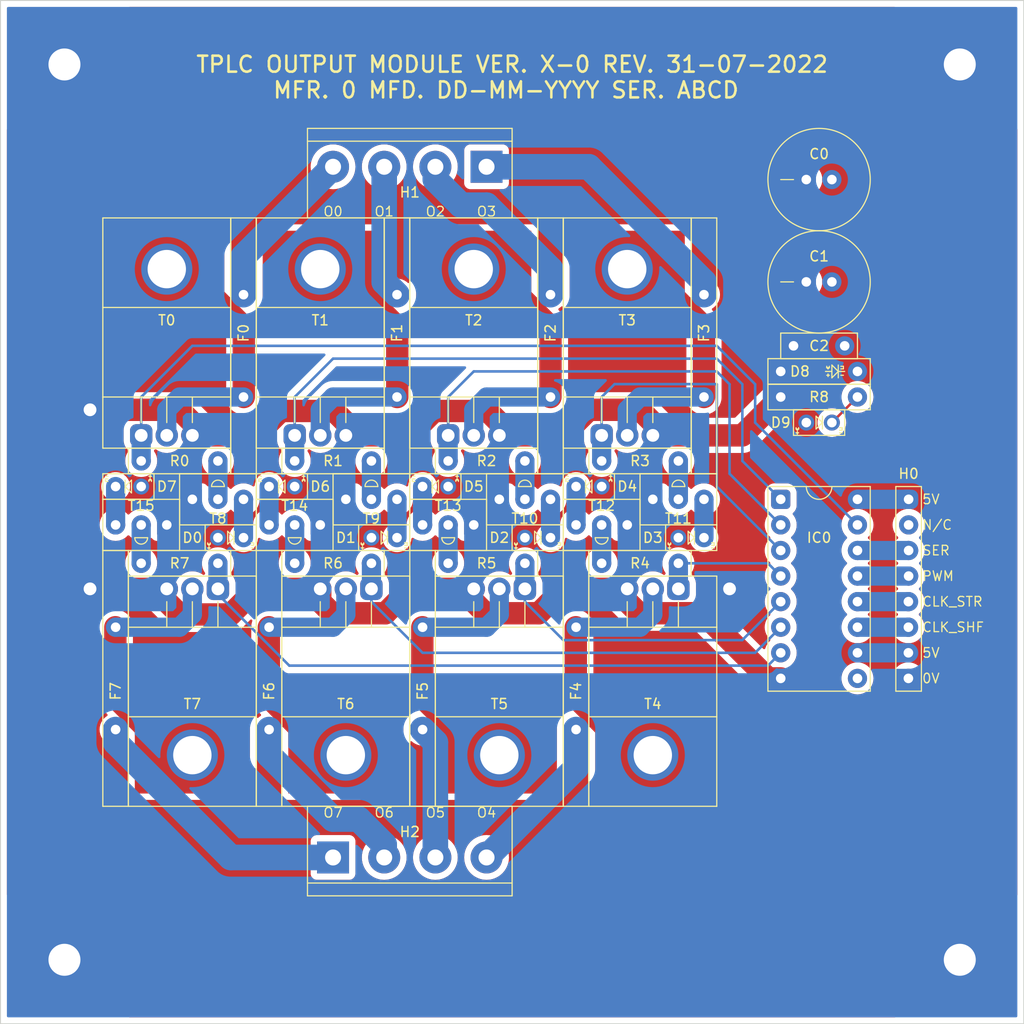
<source format=kicad_pcb>
(kicad_pcb (version 20211014) (generator pcbnew)
  (layers (0 "F.Cu" signal) (31 "B.Cu" signal) (34 "B.Paste" user) (35 "F.Paste" user) (36 "B.SilkS" user "B.Silkscreen") (37 "F.SilkS" user "F.Silkscreen") (38 "B.Mask" user) (39 "F.Mask" user) (44 "Edge.Cuts" user))
  (net 0 "")
  (net 1 "3.3V")
  (net 2 "0V")
  (net 3 "Net-(D0-Pad1)")
  (net 4 "Net-(D1-Pad1)")
  (net 5 "Net-(D2-Pad1)")
  (net 6 "Net-(D3-Pad1)")
  (net 7 "Net-(D4-Pad1)")
  (net 8 "Net-(D5-Pad1)")
  (net 9 "Net-(D6-Pad1)")
  (net 10 "Net-(D7-Pad1)")
  (net 11 "Net-(D9-Pad1)")
  (net 12 "PWM")
  (net 13 "SER")
  (net 14 "CLK_SHF")
  (net 15 "CLK_STR")
  (net 16 "Q1")
  (net 17 "Q2")
  (net 18 "Q3")
  (net 19 "Q4")
  (net 20 "Q5")
  (net 21 "Q6")
  (net 22 "Q7")
  (net 24 "Q0")
  (net 25 "Net-(R0-Pad2)")
  (net 26 "Net-(R1-Pad2)")
  (net 27 "Net-(R2-Pad2)")
  (net 28 "Net-(R3-Pad2)")
  (net 29 "Net-(R4-Pad2)")
  (net 30 "Net-(R5-Pad2)")
  (net 31 "Net-(R6-Pad2)")
  (net 32 "Net-(R7-Pad2)")
  (net 33 "Net-(F0-Pad2)")
  (net 34 "Net-(F1-Pad2)")
  (net 35 "Net-(F2-Pad2)")
  (net 36 "Net-(F3-Pad2)")
  (net 37 "Net-(F4-Pad2)")
  (net 38 "Net-(F5-Pad2)")
  (net 39 "Net-(F6-Pad2)")
  (net 40 "Net-(F7-Pad2)")
  (net 41 "O0")
  (net 42 "O1")
  (net 43 "O2")
  (net 44 "O3")
  (net 45 "O4")
  (net 46 "O5")
  (net 47 "O6")
  (net 48 "O7")
  (footprint "MW:LED_L.2in_W.1in_P.1in" (layer "F.Cu") (at 133.35 86.36)
    (fp_text reference "D4" (at 5.08 0) (layer "F.SilkS"))
    (fp_text value "LED")
    (pad "1" thru_hole circle (at 0 0) (size 1.5875 1.5875) (drill 0.9525) (layers *.Cu *.Mask) (net 7 "Net-(D4-Pad1)"))
    (pad "2" thru_hole circle (at 2.54 0) (size 1.5875 1.5875) (drill 0.9525) (layers *.Cu *.Mask) (net 1 "3.3V"))
  )
  (footprint "MW:TO-220-3_Horizontal_TabDown" (layer "F.Cu") (at 143.51 96.52 180)
    (fp_text reference "T4" (at 2.54 -11.43) (layer "F.SilkS"))
    (fp_text value "IRF3205")
    (pad "1" thru_hole roundrect (at 0 0 180) (size 2.2225 2.2225) (drill 1.27) (layers *.Cu *.Mask) (roundrect_rratio 0.2857142857) (net 19 "Q4"))
    (pad "2" thru_hole circle (at 2.54 -16.51 180) (size 5.08 5.08) (drill 3.81) (layers *.Cu *.Mask) (net 37 "Net-(F4-Pad2)"))
    (pad "2" thru_hole circle (at 2.54 0 180) (size 2.2225 2.2225) (drill 1.27) (layers *.Cu *.Mask) (net 37 "Net-(F4-Pad2)"))
    (pad "2" smd rect (at 2.54 -16.51 180) (size 11.43 7.62) (layers "F.Cu" "F.Paste" "F.Mask") (net 37 "Net-(F4-Pad2)"))
    (pad "3" thru_hole circle (at 5.08 0 180) (size 2.2225 2.2225) (drill 1.27) (layers *.Cu *.Mask) (net 2 "0V"))
  )
  (footprint "MW:F_L1.2in_W.1in_P.4in" (layer "F.Cu") (at 146.05 67.31 -90)
    (fp_text reference "F3" (at 3.81 0 90) (layer "F.SilkS"))
    (fp_text value "Polyfuse")
    (pad "1" thru_hole circle (at 0 0 270) (size 1.905 1.905) (drill 0.9525) (layers *.Cu *.Mask) (net 44 "O3"))
    (pad "2" thru_hole circle (at 10.16 0 270) (size 1.905 1.905) (drill 0.9525) (layers *.Cu *.Mask) (net 36 "Net-(F3-Pad2)"))
  )
  (footprint "MW:LED_L.2in_W.1in_P.1in" (layer "F.Cu") (at 115.57 91.44 180)
    (fp_text reference "D1" (at 5.08 0) (layer "F.SilkS"))
    (fp_text value "LED")
    (pad "1" thru_hole circle (at 0 0 180) (size 1.5875 1.5875) (drill 0.9525) (layers *.Cu *.Mask) (net 4 "Net-(D1-Pad1)"))
    (pad "2" thru_hole circle (at 2.54 0 180) (size 1.5875 1.5875) (drill 0.9525) (layers *.Cu *.Mask) (net 1 "3.3V"))
  )
  (footprint "MW:D_L.4in_W.1in_P.3in" (layer "F.Cu") (at 161.29 74.93 180)
    (fp_text reference "D8" (at 5.715 0) (layer "F.SilkS"))
    (fp_text value "1N4007")
    (pad "1" thru_hole circle (at 0 0 180) (size 1.905 1.905) (drill 0.9525) (layers *.Cu *.Mask) (net 1 "3.3V"))
    (pad "2" thru_hole circle (at 7.62 0 180) (size 1.905 1.905) (drill 0.9525) (layers *.Cu *.Mask) (net 2 "0V"))
  )
  (footprint "MW:C_L.3in_W.1in_P.2in" (layer "F.Cu") (at 160.02 72.39 180)
    (fp_text reference "C2" (at 2.54 0) (layer "F.SilkS"))
    (fp_text value "1uF")
    (pad "1" thru_hole circle (at 0 0 180) (size 1.905 1.905) (drill 0.9525) (layers *.Cu *.Mask) (net 1 "3.3V"))
    (pad "2" thru_hole circle (at 5.08 0 180) (size 1.905 1.905) (drill 0.9525) (layers *.Cu *.Mask) (net 2 "0V"))
  )
  (footprint "MW:DIP-16_W7.62mm_Short" (layer "F.Cu") (at 153.67 87.63)
    (fp_text reference "IC0" (at 3.81 3.81) (layer "F.SilkS"))
    (fp_text value "74HC595")
    (pad "1" thru_hole roundrect (at 0 0) (size 1.905 1.905) (drill 0.9525) (layers *.Cu *.Mask) (roundrect_rratio 0.2) (net 16 "Q1"))
    (pad "2" thru_hole circle (at 0 2.54) (size 1.905 1.905) (drill 0.9525) (layers *.Cu *.Mask) (net 17 "Q2"))
    (pad "3" thru_hole circle (at 0 5.08) (size 1.905 1.905) (drill 0.9525) (layers *.Cu *.Mask) (net 18 "Q3"))
    (pad "4" thru_hole circle (at 0 7.62) (size 1.905 1.905) (drill 0.9525) (layers *.Cu *.Mask) (net 19 "Q4"))
    (pad "5" thru_hole circle (at 0 10.16) (size 1.905 1.905) (drill 0.9525) (layers *.Cu *.Mask) (net 20 "Q5"))
    (pad "6" thru_hole circle (at 0 12.7) (size 1.905 1.905) (drill 0.9525) (layers *.Cu *.Mask) (net 21 "Q6"))
    (pad "7" thru_hole circle (at 0 15.24) (size 1.905 1.905) (drill 0.9525) (layers *.Cu *.Mask) (net 22 "Q7"))
    (pad "8" thru_hole circle (at 0 17.78) (size 1.905 1.905) (drill 0.9525) (layers *.Cu *.Mask) (net 2 "0V"))
    (pad "9" thru_hole circle (at 7.62 17.78) (size 1.905 1.905) (drill 0.9525) (layers *.Cu *.Mask))
    (pad "10" thru_hole circle (at 7.62 15.24) (size 1.905 1.905) (drill 0.9525) (layers *.Cu *.Mask) (net 1 "3.3V"))
    (pad "11" thru_hole circle (at 7.62 12.7) (size 1.905 1.905) (drill 0.9525) (layers *.Cu *.Mask) (net 14 "CLK_SHF"))
    (pad "12" thru_hole circle (at 7.62 10.16) (size 1.905 1.905) (drill 0.9525) (layers *.Cu *.Mask) (net 15 "CLK_STR"))
    (pad "13" thru_hole circle (at 7.62 7.62) (size 1.905 1.905) (drill 0.9525) (layers *.Cu *.Mask) (net 12 "PWM"))
    (pad "14" thru_hole circle (at 7.62 5.08) (size 1.905 1.905) (drill 0.9525) (layers *.Cu *.Mask) (net 13 "SER"))
    (pad "15" thru_hole circle (at 7.62 2.54) (size 1.905 1.905) (drill 0.9525) (layers *.Cu *.Mask) (net 24 "Q0"))
    (pad "16" thru_hole circle (at 7.62 0) (size 1.905 1.905) (drill 0.9525) (layers *.Cu *.Mask) (net 1 "3.3V"))
  )
  (footprint "MW:F_L1.2in_W.1in_P.4in" (layer "F.Cu") (at 133.35 110.49 90)
    (fp_text reference "F4" (at 3.81 0 90) (layer "F.SilkS"))
    (fp_text value "Polyfuse")
    (pad "1" thru_hole circle (at 0 0 90) (size 1.905 1.905) (drill 0.9525) (layers *.Cu *.Mask) (net 45 "O4"))
    (pad "2" thru_hole circle (at 10.16 0 90) (size 1.905 1.905) (drill 0.9525) (layers *.Cu *.Mask) (net 37 "Net-(F4-Pad2)"))
  )
  (footprint "MW:TO-220-3_Horizontal_TabDown" (layer "F.Cu") (at 105.41 81.28)
    (fp_text reference "T1" (at 2.54 -11.43) (layer "F.SilkS"))
    (fp_text value "IRF3205")
    (pad "1" thru_hole roundrect (at 0 0) (size 2.2225 2.2225) (drill 1.27) (layers *.Cu *.Mask) (roundrect_rratio 0.2857142857) (net 16 "Q1"))
    (pad "2" thru_hole circle (at 2.54 -16.51) (size 5.08 5.08) (drill 3.81) (layers *.Cu *.Mask) (net 34 "Net-(F1-Pad2)"))
    (pad "2" smd rect (at 2.54 -16.51) (size 11.43 7.62) (layers "F.Cu" "F.Paste" "F.Mask") (net 34 "Net-(F1-Pad2)"))
    (pad "2" thru_hole circle (at 2.54 0) (size 2.2225 2.2225) (drill 1.27) (layers *.Cu *.Mask) (net 34 "Net-(F1-Pad2)"))
    (pad "3" thru_hole circle (at 5.08 0) (size 2.2225 2.2225) (drill 1.27) (layers *.Cu *.Mask) (net 2 "0V"))
  )
  (footprint "MW:F_L1.2in_W.1in_P.4in" (layer "F.Cu") (at 130.81 67.31 -90)
    (fp_text reference "F2" (at 3.81 0 90) (layer "F.SilkS"))
    (fp_text value "Polyfuse")
    (pad "1" thru_hole circle (at 0 0 270) (size 1.905 1.905) (drill 0.9525) (layers *.Cu *.Mask) (net 43 "O2"))
    (pad "2" thru_hole circle (at 10.16 0 270) (size 1.905 1.905) (drill 0.9525) (layers *.Cu *.Mask) (net 35 "Net-(F2-Pad2)"))
  )
  (footprint "MW:H_P.2in_4pin" (layer "F.Cu") (at 124.46 54.61 180)
    (fp_text reference "H1" (at 7.62 -2.54) (layer "F.SilkS"))
    (fp_text value "Screw_Terminal_01x04")
    (pad "1" thru_hole circle (at 15.24 0 180) (size 3.175 3.175) (drill 1.5875) (layers *.Cu *.Mask) (net 41 "O0"))
    (pad "2" thru_hole circle (at 10.16 0 180) (size 3.175 3.175) (drill 1.5875) (layers *.Cu *.Mask) (net 42 "O1"))
    (pad "3" thru_hole circle (at 5.08 0 180) (size 3.175 3.175) (drill 1.5875) (layers *.Cu *.Mask) (net 43 "O2"))
    (pad "4" thru_hole rect (at 0 0 180) (size 3.175 3.175) (drill 1.5875) (layers *.Cu *.Mask) (net 44 "O3"))
  )
  (footprint "MW:TO-220-3_Horizontal_TabDown" (layer "F.Cu") (at 128.27 96.52 180)
    (fp_text reference "T5" (at 2.54 -11.43) (layer "F.SilkS"))
    (fp_text value "IRF3205")
    (pad "1" thru_hole roundrect (at 0 0 180) (size 2.2225 2.2225) (drill 1.27) (layers *.Cu *.Mask) (roundrect_rratio 0.2857142857) (net 20 "Q5"))
    (pad "2" smd rect (at 2.54 -16.51 180) (size 11.43 7.62) (layers "F.Cu" "F.Paste" "F.Mask") (net 38 "Net-(F5-Pad2)"))
    (pad "2" thru_hole circle (at 2.54 0 180) (size 2.2225 2.2225) (drill 1.27) (layers *.Cu *.Mask) (net 38 "Net-(F5-Pad2)"))
    (pad "2" thru_hole circle (at 2.54 -16.51 180) (size 5.08 5.08) (drill 3.81) (layers *.Cu *.Mask) (net 38 "Net-(F5-Pad2)"))
    (pad "3" thru_hole circle (at 5.08 0 180) (size 2.2225 2.2225) (drill 1.27) (layers *.Cu *.Mask) (net 2 "0V"))
  )
  (footprint "MW:H_P.2in_4pin" (layer "F.Cu") (at 109.22 123.19)
    (fp_text reference "H2" (at 7.62 -2.54) (layer "F.SilkS"))
    (fp_text value "Screw_Terminal_01x04")
    (pad "1" thru_hole circle (at 15.24 0) (size 3.175 3.175) (drill 1.5875) (layers *.Cu *.Mask) (net 45 "O4"))
    (pad "2" thru_hole circle (at 10.16 0) (size 3.175 3.175) (drill 1.5875) (layers *.Cu *.Mask) (net 46 "O5"))
    (pad "3" thru_hole circle (at 5.08 0) (size 3.175 3.175) (drill 1.5875) (layers *.Cu *.Mask) (net 47 "O6"))
    (pad "4" thru_hole rect (at 0 0) (size 3.175 3.175) (drill 1.5875) (layers *.Cu *.Mask) (net 48 "O7"))
  )
  (footprint "MW:TO-220-3_Horizontal_TabDown" (layer "F.Cu") (at 97.79 96.52 180)
    (fp_text reference "T7" (at 2.54 -11.43) (layer "F.SilkS"))
    (fp_text value "IRF3205")
    (pad "1" thru_hole roundrect (at 0 0 180) (size 2.2225 2.2225) (drill 1.27) (layers *.Cu *.Mask) (roundrect_rratio 0.2857142857) (net 22 "Q7"))
    (pad "2" thru_hole circle (at 2.54 -16.51 180) (size 5.08 5.08) (drill 3.81) (layers *.Cu *.Mask) (net 40 "Net-(F7-Pad2)"))
    (pad "2" thru_hole circle (at 2.54 0 180) (size 2.2225 2.2225) (drill 1.27) (layers *.Cu *.Mask) (net 40 "Net-(F7-Pad2)"))
    (pad "2" smd rect (at 2.54 -16.51 180) (size 11.43 7.62) (layers "F.Cu" "F.Paste" "F.Mask") (net 40 "Net-(F7-Pad2)"))
    (pad "3" thru_hole circle (at 5.08 0 180) (size 2.2225 2.2225) (drill 1.27) (layers *.Cu *.Mask) (net 2 "0V"))
  )
  (footprint "MW:R_L.4in_W.1in_P.3in" (layer "F.Cu") (at 128.27 93.98 180)
    (fp_text reference "R5" (at 3.81 0) (layer "F.SilkS"))
    (fp_text value "33KO")
    (pad "1" thru_hole circle (at 0 0 180) (size 1.905 1.905) (drill 0.9525) (layers *.Cu *.Mask) (net 20 "Q5"))
    (pad "2" thru_hole circle (at 7.62 0 180) (size 1.905 1.905) (drill 0.9525) (layers *.Cu *.Mask) (net 30 "Net-(R5-Pad2)"))
  )
  (footprint "MW:TO-92L_Inline_Wide" (layer "F.Cu") (at 92.71 90.17 180)
    (fp_text reference "T15" (at 2.54 1.905) (layer "F.SilkS"))
    (fp_text value "2N3904")
    (pad "1" thru_hole rect (at 0 0 180) (size 1.905 1.905) (drill 0.9525) (layers *.Cu *.Mask) (net 2 "0V"))
    (pad "2" thru_hole circle (at 2.54 0 180) (size 1.905 1.905) (drill 0.9525) (layers *.Cu *.Mask) (net 32 "Net-(R7-Pad2)"))
    (pad "3" thru_hole circle (at 5.08 0 180) (size 1.905 1.905) (drill 0.9525) (layers *.Cu *.Mask) (net 10 "Net-(D7-Pad1)"))
  )
  (footprint "MW:TO-220-3_Horizontal_TabDown" (layer "F.Cu") (at 135.89 81.28)
    (fp_text reference "T3" (at 2.54 -11.43) (layer "F.SilkS"))
    (fp_text value "IRF3205")
    (pad "1" thru_hole roundrect (at 0 0) (size 2.2225 2.2225) (drill 1.27) (layers *.Cu *.Mask) (roundrect_rratio 0.2857142857) (net 18 "Q3"))
    (pad "2" thru_hole circle (at 2.54 -16.51) (size 5.08 5.08) (drill 3.81) (layers *.Cu *.Mask) (net 36 "Net-(F3-Pad2)"))
    (pad "2" smd rect (at 2.54 -16.51) (size 11.43 7.62) (layers "F.Cu" "F.Paste" "F.Mask") (net 36 "Net-(F3-Pad2)"))
    (pad "2" thru_hole circle (at 2.54 0) (size 2.2225 2.2225) (drill 1.27) (layers *.Cu *.Mask) (net 36 "Net-(F3-Pad2)"))
    (pad "3" thru_hole circle (at 5.08 0) (size 2.2225 2.2225) (drill 1.27) (layers *.Cu *.Mask) (net 2 "0V"))
  )
  (footprint "MW:R_L.4in_W.1in_P.3in" (layer "F.Cu") (at 105.41 83.82)
    (fp_text reference "R1" (at 3.81 0) (layer "F.SilkS"))
    (fp_text value "33KO")
    (pad "1" thru_hole circle (at 0 0) (size 1.905 1.905) (drill 0.9525) (layers *.Cu *.Mask) (net 16 "Q1"))
    (pad "2" thru_hole circle (at 7.62 0) (size 1.905 1.905) (drill 0.9525) (layers *.Cu *.Mask) (net 26 "Net-(R1-Pad2)"))
  )
  (footprint "MW:LED_L.2in_W.1in_P.1in" (layer "F.Cu") (at 158.75 80.01 180)
    (fp_text reference "D9" (at 5.08 0) (layer "F.SilkS"))
    (fp_text value "LED")
    (pad "1" thru_hole circle (at 0 0 180) (size 1.5875 1.5875) (drill 0.9525) (layers *.Cu *.Mask) (net 11 "Net-(D9-Pad1)"))
    (pad "2" thru_hole circle (at 2.54 0 180) (size 1.5875 1.5875) (drill 0.9525) (layers *.Cu *.Mask) (net 1 "3.3V"))
  )
  (footprint "MW:F_L1.2in_W.1in_P.4in" (layer "F.Cu") (at 87.63 110.49 90)
    (fp_text reference "F7" (at 3.81 0 90) (layer "F.SilkS"))
    (fp_text value "Polyfuse")
    (pad "1" thru_hole circle (at 0 0 90) (size 1.905 1.905) (drill 0.9525) (layers *.Cu *.Mask) (net 48 "O7"))
    (pad "2" thru_hole circle (at 10.16 0 90) (size 1.905 1.905) (drill 0.9525) (layers *.Cu *.Mask) (net 40 "Net-(F7-Pad2)"))
  )
  (footprint "MW:R_L.4in_W.1in_P.3in" (layer "F.Cu") (at 135.89 83.82)
    (fp_text reference "R3" (at 3.81 0) (layer "F.SilkS"))
    (fp_text value "33KO")
    (pad "1" thru_hole circle (at 0 0) (size 1.905 1.905) (drill 0.9525) (layers *.Cu *.Mask) (net 18 "Q3"))
    (pad "2" thru_hole circle (at 7.62 0) (size 1.905 1.905) (drill 0.9525) (layers *.Cu *.Mask) (net 28 "Net-(R3-Pad2)"))
  )
  (footprint "MW:R_L.4in_W.1in_P.3in" (layer "F.Cu") (at 120.65 83.82)
    (fp_text reference "R2" (at 3.81 0) (layer "F.SilkS"))
    (fp_text value "33KO")
    (pad "1" thru_hole circle (at 0 0) (size 1.905 1.905) (drill 0.9525) (layers *.Cu *.Mask) (net 17 "Q2"))
    (pad "2" thru_hole circle (at 7.62 0) (size 1.905 1.905) (drill 0.9525) (layers *.Cu *.Mask) (net 27 "Net-(R2-Pad2)"))
  )
  (footprint "MW:C_Radial_D.4in_P.1in" (layer "F.Cu") (at 158.75 66.04 180)
    (fp_text reference "C1" (at 1.27 2.54) (layer "F.SilkS"))
    (fp_text value "470uF")
    (pad "1" thru_hole circle (at 0 0 180) (size 1.905 1.905) (drill 0.9525) (layers *.Cu *.Mask) (net 1 "3.3V"))
    (pad "2" thru_hole circle (at 2.54 0 180) (size 1.905 1.905) (drill 0.9525) (layers *.Cu *.Mask) (net 2 "0V"))
  )
  (footprint "MW:TO-92L_Inline_Wide" (layer "F.Cu") (at 123.19 90.17 180)
    (fp_text reference "T13" (at 2.54 1.905) (layer "F.SilkS"))
    (fp_text value "2N3904")
    (pad "1" thru_hole rect (at 0 0 180) (size 1.905 1.905) (drill 0.9525) (layers *.Cu *.Mask) (net 2 "0V"))
    (pad "2" thru_hole circle (at 2.54 0 180) (size 1.905 1.905) (drill 0.9525) (layers *.Cu *.Mask) (net 30 "Net-(R5-Pad2)"))
    (pad "3" thru_hole circle (at 5.08 0 180) (size 1.905 1.905) (drill 0.9525) (layers *.Cu *.Mask) (net 8 "Net-(D5-Pad1)"))
  )
  (footprint "MW:LED_L.2in_W.1in_P.1in" (layer "F.Cu") (at 102.87 86.36)
    (fp_text reference "D6" (at 5.08 0) (layer "F.SilkS"))
    (fp_text value "LED")
    (pad "1" thru_hole circle (at 0 0) (size 1.5875 1.5875) (drill 0.9525) (layers *.Cu *.Mask) (net 9 "Net-(D6-Pad1)"))
    (pad "2" thru_hole circle (at 2.54 0) (size 1.5875 1.5875) (drill 0.9525) (layers *.Cu *.Mask) (net 1 "3.3V"))
  )
  (footprint "MW:R_L.4in_W.1in_P.3in" (layer "F.Cu") (at 113.03 93.98 180)
    (fp_text reference "R6" (at 3.81 0) (layer "F.SilkS"))
    (fp_text value "33KO")
    (pad "1" thru_hole circle (at 0 0 180) (size 1.905 1.905) (drill 0.9525) (layers *.Cu *.Mask) (net 21 "Q6"))
    (pad "2" thru_hole circle (at 7.62 0 180) (size 1.905 1.905) (drill 0.9525) (layers *.Cu *.Mask) (net 31 "Net-(R6-Pad2)"))
  )
  (footprint "MW:TO-92L_Inline_Wide" (layer "F.Cu") (at 125.73 87.63)
    (fp_text reference "T10" (at 2.54 1.905) (layer "F.SilkS"))
    (fp_text value "2N3904")
    (pad "1" thru_hole rect (at 0 0) (size 1.905 1.905) (drill 0.9525) (layers *.Cu *.Mask) (net 2 "0V"))
    (pad "2" thru_hole circle (at 2.54 0) (size 1.905 1.905) (drill 0.9525) (layers *.Cu *.Mask) (net 27 "Net-(R2-Pad2)"))
    (pad "3" thru_hole circle (at 5.08 0) (size 1.905 1.905) (drill 0.9525) (layers *.Cu *.Mask) (net 5 "Net-(D2-Pad1)"))
  )
  (footprint "MW:TO-220-3_Horizontal_TabDown" (layer "F.Cu") (at 90.17 81.28)
    (fp_text reference "T0" (at 2.54 -11.43) (layer "F.SilkS"))
    (fp_text value "IRF3205")
    (pad "1" thru_hole roundrect (at 0 0) (size 2.2225 2.2225) (drill 1.27) (layers *.Cu *.Mask) (roundrect_rratio 0.2857142857) (net 24 "Q0"))
    (pad "2" thru_hole circle (at 2.54 0) (size 2.2225 2.2225) (drill 1.27) (layers *.Cu *.Mask) (net 33 "Net-(F0-Pad2)"))
    (pad "2" smd rect (at 2.54 -16.51) (size 11.43 7.62) (layers "F.Cu" "F.Paste" "F.Mask") (net 33 "Net-(F0-Pad2)"))
    (pad "2" thru_hole circle (at 2.54 -16.51) (size 5.08 5.08) (drill 3.81) (layers *.Cu *.Mask) (net 33 "Net-(F0-Pad2)"))
    (pad "3" thru_hole circle (at 5.08 0) (size 2.2225 2.2225) (drill 1.27) (layers *.Cu *.Mask) (net 2 "0V"))
  )
  (footprint "MW:R_L.4in_W.1in_P.3in" (layer "F.Cu") (at 143.51 93.98 180)
    (fp_text reference "R4" (at 3.81 0) (layer "F.SilkS"))
    (fp_text value "33KO")
    (pad "1" thru_hole circle (at 0 0 180) (size 1.905 1.905) (drill 0.9525) (layers *.Cu *.Mask) (net 19 "Q4"))
    (pad "2" thru_hole circle (at 7.62 0 180) (size 1.905 1.905) (drill 0.9525) (layers *.Cu *.Mask) (net 29 "Net-(R4-Pad2)"))
  )
  (footprint "MW:LED_L.2in_W.1in_P.1in" (layer "F.Cu") (at 146.05 91.44 180)
    (fp_text reference "D3" (at 5.08 0) (layer "F.SilkS"))
    (fp_text value "LED")
    (pad "1" thru_hole circle (at 0 0 180) (size 1.5875 1.5875) (drill 0.9525) (layers *.Cu *.Mask) (net 6 "Net-(D3-Pad1)"))
    (pad "2" thru_hole circle (at 2.54 0 180) (size 1.5875 1.5875) (drill 0.9525) (layers *.Cu *.Mask) (net 1 "3.3V"))
  )
  (footprint "MW:LED_L.2in_W.1in_P.1in" (layer "F.Cu") (at 118.11 86.36)
    (fp_text reference "D5" (at 5.08 0) (layer "F.SilkS"))
    (fp_text value "LED")
    (pad "1" thru_hole circle (at 0 0) (size 1.5875 1.5875) (drill 0.9525) (layers *.Cu *.Mask) (net 8 "Net-(D5-Pad1)"))
    (pad "2" thru_hole circle (at 2.54 0) (size 1.5875 1.5875) (drill 0.9525) (layers *.Cu *.Mask) (net 1 "3.3V"))
  )
  (footprint "MW:LED_L.2in_W.1in_P.1in" (layer "F.Cu") (at 130.81 91.44 180)
    (fp_text reference "D2" (at 5.08 0) (layer "F.SilkS"))
    (fp_text value "LED")
    (pad "1" thru_hole circle (at 0 0 180) (size 1.5875 1.5875) (drill 0.9525) (layers *.Cu *.Mask) (net 5 "Net-(D2-Pad1)"))
    (pad "2" thru_hole circle (at 2.54 0 180) (size 1.5875 1.5875) (drill 0.9525) (layers *.Cu *.Mask) (net 1 "3.3V"))
  )
  (footprint "MW:F_L1.2in_W.1in_P.4in" (layer "F.Cu") (at 118.11 110.49 90)
    (fp_text reference "F5" (at 3.81 0 90) (layer "F.SilkS"))
    (fp_text value "Polyfuse")
    (pad "1" thru_hole circle (at 0 0 90) (size 1.905 1.905) (drill 0.9525) (layers *.Cu *.Mask) (net 46 "O5"))
    (pad "2" thru_hole circle (at 10.16 0 90) (size 1.905 1.905) (drill 0.9525) (layers *.Cu *.Mask) (net 38 "Net-(F5-Pad2)"))
  )
  (footprint "MW:LED_L.2in_W.1in_P.1in" (layer "F.Cu") (at 87.63 86.36)
    (fp_text reference "D7" (at 5.08 0) (layer "F.SilkS"))
    (fp_text value "LED")
    (pad "1" thru_hole circle (at 0 0) (size 1.5875 1.5875) (drill 0.9525) (layers *.Cu *.Mask) (net 10 "Net-(D7-Pad1)"))
    (pad "2" thru_hole circle (at 2.54 0) (size 1.5875 1.5875) (drill 0.9525) (layers *.Cu *.Mask) (net 1 "3.3V"))
  )
  (footprint "MW:TO-220-3_Horizontal_TabDown" (layer "F.Cu") (at 120.65 81.28)
    (fp_text reference "T2" (at 2.54 -11.43) (layer "F.SilkS"))
    (fp_text value "IRF3205")
    (pad "1" thru_hole roundrect (at 0 0) (size 2.2225 2.2225) (drill 1.27) (layers *.Cu *.Mask) (roundrect_rratio 0.2857142857) (net 17 "Q2"))
    (pad "2" smd rect (at 2.54 -16.51) (size 11.43 7.62) (layers "F.Cu" "F.Paste" "F.Mask") (net 35 "Net-(F2-Pad2)"))
    (pad "2" thru_hole circle (at 2.54 0) (size 2.2225 2.2225) (drill 1.27) (layers *.Cu *.Mask) (net 35 "Net-(F2-Pad2)"))
    (pad "2" thru_hole circle (at 2.54 -16.51) (size 5.08 5.08) (drill 3.81) (layers *.Cu *.Mask) (net 35 "Net-(F2-Pad2)"))
    (pad "3" thru_hole circle (at 5.08 0) (size 2.2225 2.2225) (drill 1.27) (layers *.Cu *.Mask) (net 2 "0V"))
  )
  (footprint "MW:TO-220-3_Horizontal_TabDown" (layer "F.Cu") (at 113.03 96.52 180)
    (fp_text reference "T6" (at 2.54 -11.43) (layer "F.SilkS"))
    (fp_text value "IRF3205")
    (pad "1" thru_hole roundrect (at 0 0 180) (size 2.2225 2.2225) (drill 1.27) (layers *.Cu *.Mask) (roundrect_rratio 0.2857142857) (net 21 "Q6"))
    (pad "2" thru_hole circle (at 2.54 0 180) (size 2.2225 2.2225) (drill 1.27) (layers *.Cu *.Mask) (net 39 "Net-(F6-Pad2)"))
    (pad "2" thru_hole circle (at 2.54 -16.51 180) (size 5.08 5.08) (drill 3.81) (layers *.Cu *.Mask) (net 39 "Net-(F6-Pad2)"))
    (pad "2" smd rect (at 2.54 -16.51 180) (size 11.43 7.62) (layers "F.Cu" "F.Paste" "F.Mask") (net 39 "Net-(F6-Pad2)"))
    (pad "3" thru_hole circle (at 5.08 0 180) (size 2.2225 2.2225) (drill 1.27) (layers *.Cu *.Mask) (net 2 "0V"))
  )
  (footprint "MW:C_Radial_D.4in_P.1in" (layer "F.Cu") (at 158.75 55.88 180)
    (fp_text reference "C0" (at 1.27 2.54) (layer "F.SilkS"))
    (fp_text value "470uF")
    (pad "1" thru_hole circle (at 0 0 180) (size 1.905 1.905) (drill 0.9525) (layers *.Cu *.Mask) (net 1 "3.3V"))
    (pad "2" thru_hole circle (at 2.54 0 180) (size 1.905 1.905) (drill 0.9525) (layers *.Cu *.Mask) (net 2 "0V"))
  )
  (footprint "MW:R_L.4in_W.1in_P.3in" (layer "F.Cu") (at 97.79 93.98 180)
    (fp_text reference "R7" (at 3.81 0) (layer "F.SilkS"))
    (fp_text value "33KO")
    (pad "1" thru_hole circle (at 0 0 180) (size 1.905 1.905) (drill 0.9525) (layers *.Cu *.Mask) (net 22 "Q7"))
    (pad "2" thru_hole circle (at 7.62 0 180) (size 1.905 1.905) (drill 0.9525) (layers *.Cu *.Mask) (net 32 "Net-(R7-Pad2)"))
  )
  (footprint "MW:TO-92L_Inline_Wide" (layer "F.Cu") (at 110.49 87.63)
    (fp_text reference "T9" (at 2.54 1.905) (layer "F.SilkS"))
    (fp_text value "2N3904")
    (pad "1" thru_hole rect (at 0 0) (size 1.905 1.905) (drill 0.9525) (layers *.Cu *.Mask) (net 2 "0V"))
    (pad "2" thru_hole circle (at 2.54 0) (size 1.905 1.905) (drill 0.9525) (layers *.Cu *.Mask) (net 26 "Net-(R1-Pad2)"))
    (pad "3" thru_hole circle (at 5.08 0) (size 1.905 1.905) (drill 0.9525) (layers *.Cu *.Mask) (net 4 "Net-(D1-Pad1)"))
  )
  (footprint "MW:H_1x8_P.1in" (layer "F.Cu") (at 166.37 87.63)
    (fp_text reference "H0" (at 0 -2.54) (layer "F.SilkS"))
    (fp_text value ".1\" HEADER")
    (pad "1" thru_hole roundrect (at 0 0) (size 1.905 1.905) (drill 0.9525) (layers *.Cu *.Mask) (roundrect_rratio 0.3333333333) (net 1 "3.3V"))
    (pad "2" thru_hole circle (at 0 2.54) (size 1.905 1.905) (drill 0.9525) (layers *.Cu *.Mask))
    (pad "3" thru_hole circle (at 0 5.08) (size 1.905 1.905) (drill 0.9525) (layers *.Cu *.Mask) (net 13 "SER"))
    (pad "4" thru_hole circle (at 0 7.62) (size 1.905 1.905) (drill 0.9525) (layers *.Cu *.Mask) (net 12 "PWM"))
    (pad "5" thru_hole circle (at -0.022592 10.158592 270) (size 1.905 1.905) (drill 0.9525) (layers *.Cu *.Mask) (net 15 "CLK_STR"))
    (pad "6" thru_hole circle (at -0.022592 12.698592 270) (size 1.905 1.905) (drill 0.9525) (layers *.Cu *.Mask) (net 14 "CLK_SHF"))
    (pad "7" thru_hole circle (at -0.022592 15.24 270) (size 1.905 1.905) (drill 0.9525) (layers *.Cu *.Mask) (net 1 "3.3V"))
    (pad "8" thru_hole circle (at -0.022592 17.78 270) (size 1.905 1.905) (drill 0.9525) (layers *.Cu *.Mask) (net 2 "0V"))
  )
  (footprint "MW:TO-92L_Inline_Wide" (layer "F.Cu") (at 107.95 90.17 180)
    (fp_text reference "T14" (at 2.54 1.905) (layer "F.SilkS"))
    (fp_text value "2N3904")
    (pad "1" thru_hole rect (at 0 0 180) (size 1.905 1.905) (drill 0.9525) (layers *.Cu *.Mask) (net 2 "0V"))
    (pad "2" thru_hole circle (at 2.54 0 180) (size 1.905 1.905) (drill 0.9525) (layers *.Cu *.Mask) (net 31 "Net-(R6-Pad2)"))
    (pad "3" thru_hole circle (at 5.08 0 180) (size 1.905 1.905) (drill 0.9525) (layers *.Cu *.Mask) (net 9 "Net-(D6-Pad1)"))
  )
  (footprint "MW:TO-92L_Inline_Wide" (layer "F.Cu") (at 95.25 87.63)
    (fp_text reference "T8" (at 2.54 1.905) (layer "F.SilkS"))
    (fp_text value "2N3904")
    (pad "1" thru_hole rect (at 0 0) (size 1.905 1.905) (drill 0.9525) (layers *.Cu *.Mask) (net 2 "0V"))
    (pad "2" thru_hole circle (at 2.54 0) (size 1.905 1.905) (drill 0.9525) (layers *.Cu *.Mask) (net 25 "Net-(R0-Pad2)"))
    (pad "3" thru_hole circle (at 5.08 0) (size 1.905 1.905) (drill 0.9525) (layers *.Cu *.Mask) (net 3 "Net-(D0-Pad1)"))
  )
  (footprint "MW:TO-92L_Inline_Wide" (layer "F.Cu") (at 138.43 90.17 180)
    (fp_text reference "T12" (at 2.54 1.905) (layer "F.SilkS"))
    (fp_text value "2N3904")
    (pad "1" thru_hole rect (at 0 0 180) (size 1.905 1.905) (drill 0.9525) (layers *.Cu *.Mask) (net 2 "0V"))
    (pad "2" thru_hole circle (at 2.54 0 180) (size 1.905 1.905) (drill 0.9525) (layers *.Cu *.Mask) (net 29 "Net-(R4-Pad2)"))
    (pad "3" thru_hole circle (at 5.08 0 180) (size 1.905 1.905) (drill 0.9525) (layers *.Cu *.Mask) (net 7 "Net-(D4-Pad1)"))
  )
  (footprint "MW:TO-92L_Inline_Wide" (layer "F.Cu") (at 140.97 87.63)
    (fp_text reference "T11" (at 2.54 1.905) (layer "F.SilkS"))
    (fp_text value "2N3904")
    (pad "1" thru_hole rect (at 0 0) (size 1.905 1.905) (drill 0.9525) (layers *.Cu *.Mask) (net 2 "0V"))
    (pad "2" thru_hole circle (at 2.54 0) (size 1.905 1.905) (drill 0.9525) (layers *.Cu *.Mask) (net 28 "Net-(R3-Pad2)"))
    (pad "3" thru_hole circle (at 5.08 0) (size 1.905 1.905) (drill 0.9525) (layers *.Cu *.Mask) (net 6 "Net-(D3-Pad1)"))
  )
  (footprint "MW:F_L1.2in_W.1in_P.4in" (layer "F.Cu") (at 115.57 67.31 -90)
    (fp_text reference "F1" (at 3.81 0 90) (layer "F.SilkS"))
    (fp_text value "Polyfuse")
    (pad "1" thru_hole circle (at 0 0 270) (size 1.905 1.905) (drill 0.9525) (layers *.Cu *.Mask) (net 42 "O1"))
    (pad "2" thru_hole circle (at 10.16 0 270) (size 1.905 1.905) (drill 0.9525) (layers *.Cu *.Mask) (net 34 "Net-(F1-Pad2)"))
  )
  (footprint "MW:R_L.4in_W.1in_P.3in" (layer "F.Cu") (at 90.17 83.82)
    (fp_text reference "R0" (at 3.81 0) (layer "F.SilkS"))
    (fp_text value "33KO")
    (pad "1" thru_hole circle (at 0 0) (size 1.905 1.905) (drill 0.9525) (layers *.Cu *.Mask) (net 24 "Q0"))
    (pad "2" thru_hole circle (at 7.62 0) (size 1.905 1.905) (drill 0.9525) (layers *.Cu *.Mask) (net 25 "Net-(R0-Pad2)"))
  )
  (footprint "MW:LED_L.2in_W.1in_P.1in" (layer "F.Cu") (at 100.33 91.44 180)
    (fp_text reference "D0" (at 5.08 0) (layer "F.SilkS"))
    (fp_text value "LED")
    (pad "1" thru_hole circle (at 0 0 180) (size 1.5875 1.5875) (drill 0.9525) (layers *.Cu *.Mask) (net 3 "Net-(D0-Pad1)"))
    (pad "2" thru_hole circle (at 2.54 0 180) (size 1.5875 1.5875) (drill 0.9525) (layers *.Cu *.Mask) (net 1 "3.3V"))
  )
  (footprint "MW:F_L1.2in_W.1in_P.4in" (layer "F.Cu") (at 100.33 67.31 -90)
    (fp_text reference "F0" (at 3.81 0 90) (layer "F.SilkS"))
    (fp_text value "Polyfuse")
    (pad "1" thru_hole circle (at 0 0 270) (size 1.905 1.905) (drill 0.9525) (layers *.Cu *.Mask) (net 41 "O0"))
    (pad "2" thru_hole circle (at 10.16 0 270) (size 1.905 1.905) (drill 0.9525) (layers *.Cu *.Mask) (net 33 "Net-(F0-Pad2)"))
  )
  (footprint "MW:R_L.4in_W.1in_P.3in" (layer "F.Cu") (at 161.29 77.47 180)
    (fp_text reference "R8" (at 3.81 0) (layer "F.SilkS"))
    (fp_text value "2.2KO")
    (pad "1" thru_hole circle (at 0 0 180) (size 1.905 1.905) (drill 0.9525) (layers *.Cu *.Mask) (net 11 "Net-(D9-Pad1)"))
    (pad "2" thru_hole circle (at 7.62 0 180) (size 1.905 1.905) (drill 0.9525) (layers *.Cu *.Mask) (net 2 "0V"))
  )
  (footprint "MW:F_L1.2in_W.1in_P.4in" (layer "F.Cu") (at 102.87 110.49 90)
    (fp_text reference "F6" (at 3.81 0 90) (layer "F.SilkS"))
    (fp_text value "Polyfuse")
    (pad "1" thru_hole circle (at 0 0 90) (size 1.905 1.905) (drill 0.9525) (layers *.Cu *.Mask) (net 47 "O6"))
    (pad "2" thru_hole circle (at 10.16 0 90) (size 1.905 1.905) (drill 0.9525) (layers *.Cu *.Mask) (net 39 "Net-(F6-Pad2)"))
  )
  (gr_line (start 177.8 38.1) (end 177.8 139.7) (layer "Edge.Cuts") (width 0.1))
  (gr_line (start 76.2 139.7) (end 76.2 38.1) (layer "Edge.Cuts") (width 0.1))
  (gr_line (start 76.2 38.1) (end 177.8 38.1) (layer "Edge.Cuts") (width 0.1))
  (gr_line (start 177.8 139.7) (end 76.2 139.7) (layer "Edge.Cuts") (width 0.1))
  (gr_text "CLK_SHF" (at 167.64 100.33) (layer "F.SilkS") (effects (font (size 0.9525 0.9525) (thickness 0.127)) (justify left)))
  (gr_text "O6" (at 114.3 118.745) (layer "F.SilkS") (effects (font (size 0.9525 0.9525) (thickness 0.127))))
  (gr_text "O4" (at 124.46 118.745) (layer "F.SilkS") (effects (font (size 0.9525 0.9525) (thickness 0.127))))
  (gr_text "PWM" (at 167.64 95.25) (layer "F.SilkS") (effects (font (size 0.9525 0.9525) (thickness 0.127)) (justify left)))
  (gr_text "CLK_STR" (at 167.64 97.79) (layer "F.SilkS") (effects (font (size 0.9525 0.9525) (thickness 0.127)) (justify left)))
  (gr_text "O1" (at 114.3 59.055) (layer "F.SilkS") (effects (font (size 0.9525 0.9525) (thickness 0.127))))
  (gr_text "TPLC OUTPUT MODULE VER. X-0 REV. 31-07-2022\nMFR. 0 MFD. DD-MM-YYYY SER. ABCD " (at 127 45.72) (layer "F.SilkS") (effects (font (size 1.5875 1.5875) (thickness 0.254))))
  (gr_text "N/C" (at 167.64 90.17) (layer "F.SilkS") (effects (font (size 0.9525 0.9525) (thickness 0.127)) (justify left)))
  (gr_text "5V" (at 167.64 102.87) (layer "F.SilkS") (effects (font (size 0.9525 0.9525) (thickness 0.127)) (justify left)))
  (gr_text "SER" (at 167.64 92.71) (layer "F.SilkS") (effects (font (size 0.9525 0.9525) (thickness 0.127)) (justify left)))
  (gr_text "O7" (at 109.22 118.745) (layer "F.SilkS") (effects (font (size 0.9525 0.9525) (thickness 0.127))))
  (gr_text "5V" (at 167.64 87.63) (layer "F.SilkS") (effects (font (size 0.9525 0.9525) (thickness 0.127)) (justify left)))
  (gr_text "O2" (at 119.38 59.055) (layer "F.SilkS") (effects (font (size 0.9525 0.9525) (thickness 0.127))))
  (gr_text "O0" (at 109.22 59.055) (layer "F.SilkS") (effects (font (size 0.9525 0.9525) (thickness 0.127))))
  (gr_text "O3" (at 124.46 59.055) (layer "F.SilkS") (effects (font (size 0.9525 0.9525) (thickness 0.127))))
  (gr_text "0V" (at 167.64 105.41) (layer "F.SilkS") (effects (font (size 0.9525 0.9525) (thickness 0.127)) (justify left)))
  (gr_text "O5" (at 119.38 118.745) (layer "F.SilkS") (effects (font (size 0.9525 0.9525) (thickness 0.127))))
  (segment (start 166.37 87.63) (end 161.29 87.63) (width 1.905) (layer "B.Cu") (net 1))
  (segment (start 166.37 102.87) (end 161.29 102.87) (width 1.905) (layer "B.Cu") (net 1))
  (segment (start 134.62 78.74) (end 132.08 81.28) (width 2.2225) (layer "F.Cu") (net 2))
  (segment (start 119.262011 78.857989) (end 116.84 81.28) (width 2.2225) (layer "F.Cu") (net 2))
  (segment (start 116.84 96.52) (end 123.19 96.52) (width 2.2225) (layer "F.Cu") (net 2))
  (segment (start 127.635 81.28) (end 125.73 81.28) (width 2.2225) (layer "F.Cu") (net 2))
  (segment (start 139.7 78.74) (end 134.62 78.74) (width 2.2225) (layer "F.Cu") (net 2))
  (segment (start 93.98 99.06) (end 99.06 99.06) (width 2.2225) (layer "F.Cu") (net 2))
  (segment (start 109.337989 78.857989) (end 104.022011 78.857989) (width 2.2225) (layer "F.Cu") (net 2))
  (segment (start 139.58202 98.94202) (end 145.93202 98.94202) (width 2.2225) (layer "F.Cu") (net 2))
  (segment (start 107.95 97.79) (end 109.102011 98.942011) (width 2.2225) (layer "F.Cu") (net 2))
  (segment (start 111.76 81.28) (end 109.337989 78.857989) (width 2.2225) (layer "F.Cu") (net 2))
  (segment (start 153.67 77.47) (end 149.86 81.28) (width 2.2225) (layer "F.Cu") (net 2))
  (segment (start 116.84 81.28) (end 110.49 81.28) (width 2.2225) (layer "F.Cu") (net 2))
  (segment (start 124.342011 98.942011) (end 129.657989 98.942011) (width 2.2225) (layer "F.Cu") (net 2))
  (segment (start 85.09 96.52) (end 92.71 96.52) (width 2.2225) (layer "F.Cu") (net 2))
  (segment (start 124.577989 78.857989) (end 119.262011 78.857989) (width 2.2225) (layer "F.Cu") (net 2))
  (segment (start 104.022011 78.857989) (end 101.6 81.28) (width 2.2225) (layer "F.Cu") (net 2))
  (segment (start 99.06 99.06) (end 101.6 96.52) (width 2.2225) (layer "F.Cu") (net 2))
  (segment (start 127 81.28) (end 124.577989 78.857989) (width 2.2225) (layer "F.Cu") (net 2))
  (segment (start 146.16798 98.94202) (end 148.59 96.52) (width 2.2225) (layer "F.Cu") (net 2))
  (segment (start 143.51 98.94202) (end 146.16798 98.94202) (width 2.2225) (layer "F.Cu") (net 2))
  (segment (start 93.98 78.74) (end 85.09 78.74) (width 2.2225) (layer "F.Cu") (net 2))
  (segment (start 106.68 96.52) (end 107.832011 97.672011) (width 2.2225) (layer "F.Cu") (net 2))
  (segment (start 96.52 81.28) (end 93.98 78.74) (width 2.2225) (layer "F.Cu") (net 2))
  (segment (start 145.93202 98.94202) (end 152.4 105.41) (width 2.2225) (layer "F.Cu") (net 2))
  (segment (start 109.102011 98.942011) (end 114.417989 98.942011) (width 2.2225) (layer "F.Cu") (net 2))
  (segment (start 114.417989 98.942011) (end 116.84 96.52) (width 2.2225) (layer "F.Cu") (net 2))
  (segment (start 132.08 81.28) (end 127.635 81.28) (width 2.2225) (layer "F.Cu") (net 2))
  (segment (start 107.95 96.52) (end 107.95 97.79) (width 2.2225) (layer "F.Cu") (net 2))
  (segment (start 91.44 96.52) (end 93.98 99.06) (width 2.2225) (layer "F.Cu") (net 2))
  (segment (start 149.86 81.28) (end 140.97 81.28) (width 2.2225) (layer "F.Cu") (net 2))
  (segment (start 132.08 96.52) (end 138.43 96.52) (width 2.2225) (layer "F.Cu") (net 2))
  (segment (start 121.92 96.52) (end 124.342011 98.942011) (width 2.2225) (layer "F.Cu") (net 2))
  (segment (start 142.24 81.28) (end 139.7 78.74) (width 2.2225) (layer "F.Cu") (net 2))
  (segment (start 101.6 96.52) (end 107.95 96.52) (width 2.2225) (layer "F.Cu") (net 2))
  (segment (start 127.635 81.28) (end 127 81.28) (width 2.2225) (layer "F.Cu") (net 2))
  (segment (start 129.657989 98.942011) (end 132.08 96.52) (width 2.2225) (layer "F.Cu") (net 2))
  (segment (start 152.4 105.41) (end 153.67 105.41) (width 2.2225) (layer "F.Cu") (net 2))
  (segment (start 137.16 96.52) (end 139.58202 98.94202) (width 2.2225) (layer "F.Cu") (net 2))
  (segment (start 101.6 81.28) (end 95.25 81.28) (width 2.2225) (layer "F.Cu") (net 2))
  (via (at 82.55 44.45) (size 5.08) (drill 3.175) (layers "F.Cu" "B.Cu") (net 2))
  (via (at 82.55 133.35) (size 5.08) (drill 3.175) (layers "F.Cu" "B.Cu") (net 2))
  (via (at 171.45 44.45) (size 5.08) (drill 3.175) (layers "F.Cu" "B.Cu") (net 2))
  (via (at 85.09 78.74) (size 2.2225) (drill 1.27) (layers "F.Cu" "B.Cu") (net 2))
  (via (at 85.09 96.52) (size 2.2225) (drill 1.27) (layers "F.Cu" "B.Cu") (net 2))
  (via (at 171.45 133.35) (size 5.08) (drill 3.175) (layers "F.Cu" "B.Cu") (net 2))
  (via (at 148.59 96.52) (size 2.2225) (drill 1.27) (layers "F.Cu" "B.Cu") (net 2))
  (segment (start 100.33 91.44) (end 100.33 87.63) (width 1.905) (layer "B.Cu") (net 3))
  (segment (start 115.57 91.44) (end 115.57 87.63) (width 1.905) (layer "B.Cu") (net 4))
  (segment (start 130.81 91.44) (end 130.81 87.63) (width 1.905) (layer "B.Cu") (net 5))
  (segment (start 146.05 91.44) (end 146.05 87.63) (width 1.905) (layer "B.Cu") (net 6))
  (segment (start 133.35 90.17) (end 133.35 86.36) (width 1.905) (layer "B.Cu") (net 7))
  (segment (start 118.11 90.17) (end 118.11 86.36) (width 1.905) (layer "B.Cu") (net 8))
  (segment (start 102.87 90.17) (end 102.87 86.36) (width 1.905) (layer "B.Cu") (net 9))
  (segment (start 87.63 90.17) (end 87.63 86.36) (width 1.905) (layer "B.Cu") (net 10))
  (segment (start 161.29 77.47) (end 158.75 80.01) (width 0.25) (layer "F.Cu") (net 11))
  (segment (start 166.37 95.25) (end 161.29 95.25) (width 1.905) (layer "B.Cu") (net 12))
  (segment (start 166.37 92.71) (end 161.29 92.71) (width 1.905) (layer "B.Cu") (net 13))
  (segment (start 161.291408 100.328592) (end 161.29 100.33) (width 0.25) (layer "F.Cu") (net 14))
  (segment (start 166.346 100.33) (end 166.347408 100.328592) (width 0.25) (layer "F.Cu") (net 14))
  (segment (start 166.37 100.33) (end 161.29 100.33) (width 1.905) (layer "B.Cu") (net 14))
  (segment (start 161.291408 97.788592) (end 161.29 97.79) (width 0.25) (layer "F.Cu") (net 15))
  (segment (start 166.346 97.79) (end 166.347408 97.788592) (width 0.25) (layer "F.Cu") (net 15))
  (segment (start 166.37 97.79) (end 161.29 97.79) (width 1.905) (layer "B.Cu") (net 15))
  (segment (start 105.41 77.47) (end 109.22 73.66) (width 0.254) (layer "B.Cu") (net 16))
  (segment (start 153.67 87.63) (end 149.86 83.82) (width 0.25) (layer "B.Cu") (net 16))
  (segment (start 149.86 83.82) (end 149.86 76.835) (width 0.25) (layer "B.Cu") (net 16))
  (segment (start 105.41 83.82) (end 105.41 81.28) (width 1.905) (layer "B.Cu") (net 16))
  (segment (start 109.22 73.66) (end 147.32 73.66) (width 0.254) (layer "B.Cu") (net 16))
  (segment (start 105.41 81.28) (end 105.41 77.47) (width 0.254) (layer "B.Cu") (net 16))
  (segment (start 149.86 76.835) (end 149.86 76.2) (width 0.25) (layer "B.Cu") (net 16))
  (segment (start 149.86 76.2) (end 147.32 73.66) (width 0.25) (layer "B.Cu") (net 16))
  (segment (start 148.59 85.09) (end 153.67 90.17) (width 0.254) (layer "B.Cu") (net 17))
  (segment (start 120.65 83.82) (end 120.65 81.28) (width 1.905) (layer "B.Cu") (net 17))
  (segment (start 123.19 74.93) (end 147.32 74.93) (width 0.254) (layer "B.Cu") (net 17))
  (segment (start 120.65 77.47) (end 123.19 74.93) (width 0.254) (layer "B.Cu") (net 17))
  (segment (start 147.32 74.93) (end 148.59 76.2) (width 0.254) (layer "B.Cu") (net 17))
  (segment (start 120.65 81.28) (end 120.65 77.47) (width 0.254) (layer "B.Cu") (net 17))
  (segment (start 148.59 76.2) (end 148.59 85.09) (width 0.254) (layer "B.Cu") (net 17))
  (segment (start 135.89 81.28) (end 135.89 77.47) (width 0.254) (layer "B.Cu") (net 18))
  (segment (start 147.327011 76.207011) (end 147.32 76.2) (width 0.25) (layer "B.Cu") (net 18))
  (segment (start 147.327011 86.367011) (end 147.327011 76.207011) (width 0.25) (layer "B.Cu") (net 18))
  (segment (start 153.67 92.71) (end 147.327011 86.367011) (width 0.25) (layer "B.Cu") (net 18))
  (segment (start 137.169011 76.190989) (end 147.310989 76.190989) (width 0.254) (layer "B.Cu") (net 18))
  (segment (start 135.89 83.82) (end 135.89 81.28) (width 1.905) (layer "B.Cu") (net 18))
  (segment (start 135.89 77.47) (end 137.169011 76.190989) (width 0.254) (layer "B.Cu") (net 18))
  (segment (start 143.51 96.52) (end 143.51 93.98) (width 1.905) (layer "B.Cu") (net 19))
  (segment (start 143.51 93.98) (end 152.4 93.98) (width 0.254) (layer "B.Cu") (net 19))
  (segment (start 152.4 93.98) (end 153.67 95.25) (width 0.254) (layer "B.Cu") (net 19))
  (segment (start 149.850989 101.609011) (end 152.4 99.06) (width 0.254) (layer "B.Cu") (net 20))
  (segment (start 128.27 96.52) (end 128.27 93.98) (width 1.905) (layer "B.Cu") (net 20))
  (segment (start 128.27 97.79) (end 132.089011 101.609011) (width 0.254) (layer "B.Cu") (net 20))
  (segment (start 152.4 99.06) (end 153.67 97.79) (width 0.254) (layer "B.Cu") (net 20))
  (segment (start 132.089011 101.609011) (end 149.850989 101.609011) (width 0.254) (layer "B.Cu") (net 20))
  (segment (start 128.27 96.52) (end 128.27 97.79) (width 0.254) (layer "B.Cu") (net 20))
  (segment (start 151.13 102.87) (end 153.67 100.33) (width 0.254) (layer "B.Cu") (net 21))
  (segment (start 113.03 96.52) (end 113.03 97.79) (width 0.254) (layer "B.Cu") (net 21))
  (segment (start 118.11 102.87) (end 151.13 102.87) (width 0.254) (layer "B.Cu") (net 21))
  (segment (start 113.03 96.52) (end 113.03 93.98) (width 1.905) (layer "B.Cu") (net 21))
  (segment (start 113.03 97.79) (end 118.11 102.87) (width 0.254) (layer "B.Cu") (net 21))
  (segment (start 97.79 97.058796) (end 104.871204 104.14) (width 0.254) (layer "B.Cu") (net 22))
  (segment (start 104.871204 104.14) (end 152.4 104.14) (width 0.254) (layer "B.Cu") (net 22))
  (segment (start 97.79 96.52) (end 97.79 93.98) (width 1.905) (layer "B.Cu") (net 22))
  (segment (start 97.79 96.52) (end 97.79 97.058796) (width 0.254) (layer "B.Cu") (net 22))
  (segment (start 152.4 104.14) (end 153.67 102.87) (width 0.254) (layer "B.Cu") (net 22))
  (segment (start 147.32 72.39) (end 151.13 76.2) (width 0.254) (layer "B.Cu") (net 24))
  (segment (start 90.17 81.28) (end 90.17 77.47) (width 0.254) (layer "B.Cu") (net 24))
  (segment (start 90.17 81.28) (end 90.805 80.645) (width 0.254) (layer "B.Cu") (net 24))
  (segment (start 95.25 72.39) (end 147.32 72.39) (width 0.254) (layer "B.Cu") (net 24))
  (segment (start 151.13 80.01) (end 161.29 90.17) (width 0.254) (layer "B.Cu") (net 24))
  (segment (start 151.13 76.2) (end 151.13 80.01) (width 0.254) (layer "B.Cu") (net 24))
  (segment (start 90.17 83.82) (end 90.17 81.28) (width 1.905) (layer "B.Cu") (net 24))
  (segment (start 90.17 77.47) (end 95.25 72.39) (width 0.254) (layer "B.Cu") (net 24))
  (segment (start 97.79 87.63) (end 97.79 83.82) (width 1.905) (layer "B.Cu") (net 25))
  (segment (start 113.03 87.63) (end 113.03 83.82) (width 1.905) (layer "B.Cu") (net 26))
  (segment (start 128.27 87.63) (end 128.27 83.82) (width 1.905) (layer "B.Cu") (net 27))
  (segment (start 143.51 87.63) (end 143.51 83.82) (width 1.905) (layer "B.Cu") (net 28))
  (segment (start 135.89 93.98) (end 135.89 90.17) (width 1.905) (layer "B.Cu") (net 29))
  (segment (start 120.65 93.98) (end 120.65 90.17) (width 1.905) (layer "B.Cu") (net 30))
  (segment (start 105.41 93.98) (end 105.41 90.17) (width 1.905) (layer "B.Cu") (net 31))
  (segment (start 90.17 93.98) (end 90.17 90.17) (width 1.905) (layer "B.Cu") (net 32))
  (segment (start 100.355735 70.510735) (end 100.355735 77.47) (width 2.2225) (layer "F.Cu") (net 33))
  (segment (start 94.615 64.77) (end 100.355735 70.510735) (width 2.2225) (layer "F.Cu") (net 33))
  (segment (start 92.71 81.28) (end 92.71 78.74) (width 1.905) (layer "B.Cu") (net 33))
  (segment (start 92.71 78.74) (end 93.98 77.47) (width 1.905) (layer "B.Cu") (net 33))
  (segment (start 93.98 77.47) (end 100.33 77.47) (width 1.905) (layer "B.Cu") (net 33))
  (segment (start 115.595735 70.510735) (end 115.595735 77.47) (width 2.2225) (layer "F.Cu") (net 34))
  (segment (start 109.855 64.77) (end 115.595735 70.510735) (width 2.2225) (layer "F.Cu") (net 34))
  (segment (start 107.95 78.74) (end 109.22 77.47) (width 1.905) (layer "B.Cu") (net 34))
  (segment (start 109.22 77.47) (end 115.57 77.47) (width 1.905) (layer "B.Cu") (net 34))
  (segment (start 107.95 81.28) (end 107.95 78.74) (width 1.905) (layer "B.Cu") (net 34))
  (segment (start 123.19 64.77) (end 125.069265 64.77) (width 2.2225) (layer "F.Cu") (net 35))
  (segment (start 130.81 70.510735) (end 130.81 77.47) (width 2.2225) (layer "F.Cu") (net 35))
  (segment (start 125.069265 64.77) (end 130.81 70.510735) (width 2.2225) (layer "F.Cu") (net 35))
  (segment (start 124.46 77.47) (end 130.81 77.47) (width 1.905) (layer "B.Cu") (net 35))
  (segment (start 123.19 81.28) (end 123.19 78.74) (width 1.905) (layer "B.Cu") (net 35))
  (segment (start 123.19 78.74) (end 124.46 77.47) (width 1.905) (layer "B.Cu") (net 35))
  (segment (start 138.43 64.77) (end 140.309265 64.77) (width 2.2225) (layer "F.Cu") (net 36))
  (segment (start 140.309265 64.77) (end 146.05 70.510735) (width 2.2225) (layer "F.Cu") (net 36))
  (segment (start 146.05 70.510735) (end 146.05 77.47) (width 2.2225) (layer "F.Cu") (net 36))
  (segment (start 138.43 81.28) (end 138.43 78.74) (width 1.905) (layer "B.Cu") (net 36))
  (segment (start 138.43 78.74) (end 139.7 77.47) (width 1.905) (layer "B.Cu") (net 36))
  (segment (start 139.7 77.47) (end 146.05 77.47) (width 1.905) (layer "B.Cu") (net 36))
  (segment (start 139.065 113.03) (end 133.324265 107.289265) (width 2.2225) (layer "F.Cu") (net 37))
  (segment (start 133.324265 107.289265) (end 133.324265 100.33) (width 2.2225) (layer "F.Cu") (net 37))
  (segment (start 140.97 99.06) (end 139.7 100.33) (width 1.905) (layer "B.Cu") (net 37))
  (segment (start 139.7 100.33) (end 133.35 100.33) (width 1.905) (layer "B.Cu") (net 37))
  (segment (start 140.97 96.52) (end 140.97 99.06) (width 1.905) (layer "B.Cu") (net 37))
  (segment (start 123.825 113.03) (end 118.084265 107.289265) (width 2.2225) (layer "F.Cu") (net 38))
  (segment (start 118.084265 107.289265) (end 118.084265 100.33) (width 2.2225) (layer "F.Cu") (net 38))
  (segment (start 125.73 96.52) (end 125.73 99.06) (width 1.905) (layer "B.Cu") (net 38))
  (segment (start 125.73 99.06) (end 124.46 100.33) (width 1.905) (layer "B.Cu") (net 38))
  (segment (start 124.46 100.33) (end 118.11 100.33) (width 1.905) (layer "B.Cu") (net 38))
  (segment (start 102.844265 107.289265) (end 102.844265 100.33) (width 2.2225) (layer "F.Cu") (net 39))
  (segment (start 108.585 113.03) (end 102.844265 107.289265) (width 2.2225) (layer "F.Cu") (net 39))
  (segment (start 110.49 99.06) (end 109.22 100.33) (width 1.905) (layer "B.Cu") (net 39))
  (segment (start 109.22 100.33) (end 102.87 100.33) (width 1.905) (layer "B.Cu") (net 39))
  (segment (start 110.49 96.52) (end 110.49 99.06) (width 1.905) (layer "B.Cu") (net 39))
  (segment (start 93.345 113.03) (end 87.604265 107.289265) (width 2.2225) (layer "F.Cu") (net 40))
  (segment (start 87.604265 107.289265) (end 87.604265 100.33) (width 2.2225) (layer "F.Cu") (net 40))
  (segment (start 95.25 96.52) (end 95.25 99.06) (width 1.905) (layer "B.Cu") (net 40))
  (segment (start 93.98 100.33) (end 87.63 100.33) (width 1.905) (layer "B.Cu") (net 40))
  (segment (start 95.25 99.06) (end 93.98 100.33) (width 1.905) (layer "B.Cu") (net 40))
  (segment (start 100.33 63.5) (end 109.22 54.61) (width 2.54) (layer "B.Cu") (net 41))
  (segment (start 100.33 67.31) (end 100.33 63.5) (width 2.54) (layer "B.Cu") (net 41))
  (segment (start 114.3 66.04) (end 114.3 54.61) (width 2.54) (layer "B.Cu") (net 42))
  (segment (start 115.57 67.31) (end 114.3 66.04) (width 2.54) (layer "B.Cu") (net 42))
  (segment (start 119.38 55.88) (end 121.92 58.42) (width 2.54) (layer "B.Cu") (net 43))
  (segment (start 121.92 58.42) (end 124.46 58.42) (width 2.54) (layer "B.Cu") (net 43))
  (segment (start 124.46 58.42) (end 130.81 64.77) (width 2.54) (layer "B.Cu") (net 43))
  (segment (start 130.81 64.77) (end 130.81 67.31) (width 2.54) (layer "B.Cu") (net 43))
  (segment (start 119.38 54.61) (end 119.38 55.88) (width 2.54) (layer "B.Cu") (net 43))
  (segment (start 146.05 66.04) (end 134.62 54.61) (width 2.54) (layer "B.Cu") (net 44))
  (segment (start 134.62 54.61) (end 124.46 54.61) (width 2.54) (layer "B.Cu") (net 44))
  (segment (start 146.05 67.31) (end 146.05 66.04) (width 2.54) (layer "B.Cu") (net 44))
  (segment (start 133.35 114.3) (end 124.46 123.19) (width 2.54) (layer "B.Cu") (net 45))
  (segment (start 133.35 110.49) (end 133.35 114.3) (width 2.54) (layer "B.Cu") (net 45))
  (segment (start 118.11 110.49) (end 119.38 111.76) (width 2.54) (layer "B.Cu") (net 46))
  (segment (start 119.38 111.76) (end 119.38 123.19) (width 2.54) (layer "B.Cu") (net 46))
  (segment (start 109.22 119.38) (end 102.87 113.03) (width 2.54) (layer "B.Cu") (net 47))
  (segment (start 111.76 119.38) (end 109.22 119.38) (width 2.54) (layer "B.Cu") (net 47))
  (segment (start 114.3 121.92) (end 111.76 119.38) (width 2.54) (layer "B.Cu") (net 47))
  (segment (start 102.87 113.03) (end 102.87 110.49) (width 2.54) (layer "B.Cu") (net 47))
  (segment (start 114.3 123.19) (end 114.3 121.92) (width 2.54) (layer "B.Cu") (net 47))
  (segment (start 87.63 110.49) (end 87.63 111.76) (width 2.54) (layer "B.Cu") (net 48))
  (segment (start 99.06 123.19) (end 109.22 123.19) (width 2.54) (layer "B.Cu") (net 48))
  (segment (start 87.63 111.76) (end 99.06 123.19) (width 2.54) (layer "B.Cu") (net 48))
  (zone (net 0) (net_name "") (layer "F.Cu") (connect_pads yes (clearance 0)) (min_thickness 0.254)
    (keepout (tracks allowed) (vias allowed) (pads allowed) (copperpour not_allowed) (footprints allowed))
    (fill (thermal_gap 0.508) (thermal_bridge_width 0.508))
    (polygon (pts (xy 88.9 50.8) (xy 76.2 50.8) (xy 76.2 38.1) (xy 88.9 38.1)))
  )
  (zone (net 1) (net_name "3.3V") (layer "F.Cu") (connect_pads yes (clearance 0.635)) (min_thickness 0.254) (fill yes (thermal_gap 0.508) (thermal_bridge_width 0.508))
    (polygon (pts (xy 177.165 139.065) (xy 76.835 139.065) (xy 76.835 38.735) (xy 177.165 38.735)))
  )
  (zone (net 0) (net_name "") (layer "F.Cu") (connect_pads yes (clearance 0)) (min_thickness 0.254)
    (keepout (tracks allowed) (vias allowed) (pads allowed) (copperpour not_allowed) (footprints allowed))
    (fill (thermal_gap 0.508) (thermal_bridge_width 0.508))
    (polygon (pts (xy 177.8 139.7) (xy 165.1 139.7) (xy 165.1 127) (xy 177.8 127)))
  )
  (zone (net 0) (net_name "") (layer "F.Cu") (connect_pads yes (clearance 0)) (min_thickness 0.254)
    (keepout (tracks allowed) (vias allowed) (pads allowed) (copperpour not_allowed) (footprints allowed))
    (fill (thermal_gap 0.508) (thermal_bridge_width 0.508))
    (polygon (pts (xy 88.9 139.7) (xy 76.2 139.7) (xy 76.2 127) (xy 88.9 127)))
  )
  (zone (net 0) (net_name "") (layer "F.Cu") (connect_pads yes (clearance 0)) (min_thickness 0.254)
    (keepout (tracks allowed) (vias allowed) (pads allowed) (copperpour not_allowed) (footprints allowed))
    (fill (thermal_gap 0.508) (thermal_bridge_width 0.508))
    (polygon (pts (xy 177.8 50.8) (xy 165.1 50.8) (xy 165.1 38.1) (xy 177.8 38.1)))
  )
  (zone (net 2) (net_name "0V") (layer "B.Cu") (connect_pads yes (clearance 0.635)) (min_thickness 0.254) (fill yes (thermal_gap 0.508) (thermal_bridge_width 0.508))
    (polygon (pts (xy 177.165 139.065) (xy 76.835 139.065) (xy 76.835 38.735) (xy 177.165 38.735)))
  )
)
</source>
